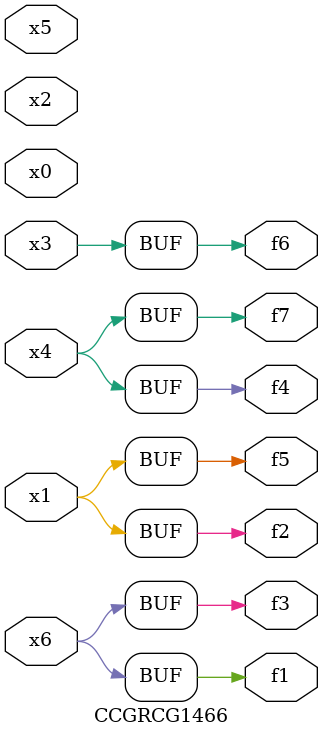
<source format=v>
module CCGRCG1466(
	input x0, x1, x2, x3, x4, x5, x6,
	output f1, f2, f3, f4, f5, f6, f7
);
	assign f1 = x6;
	assign f2 = x1;
	assign f3 = x6;
	assign f4 = x4;
	assign f5 = x1;
	assign f6 = x3;
	assign f7 = x4;
endmodule

</source>
